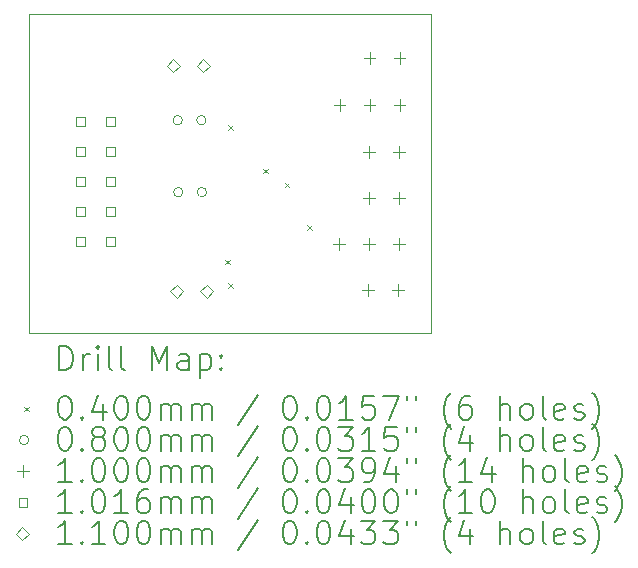
<source format=gbr>
%FSLAX45Y45*%
G04 Gerber Fmt 4.5, Leading zero omitted, Abs format (unit mm)*
G04 Created by KiCad (PCBNEW (6.0.0)) date 2022-01-30 17:17:49*
%MOMM*%
%LPD*%
G01*
G04 APERTURE LIST*
%TA.AperFunction,Profile*%
%ADD10C,0.100000*%
%TD*%
%ADD11C,0.200000*%
%ADD12C,0.040000*%
%ADD13C,0.080000*%
%ADD14C,0.100000*%
%ADD15C,0.101600*%
%ADD16C,0.110000*%
G04 APERTURE END LIST*
D10*
X20400000Y-2300000D02*
X23800000Y-2300000D01*
X23800000Y-2300000D02*
X23800000Y-5000000D01*
X23800000Y-5000000D02*
X20400000Y-5000000D01*
X20400000Y-5000000D02*
X20400000Y-2300000D01*
D11*
D12*
X22057567Y-4380449D02*
X22097567Y-4420449D01*
X22097567Y-4380449D02*
X22057567Y-4420449D01*
X22080000Y-3240000D02*
X22120000Y-3280000D01*
X22120000Y-3240000D02*
X22080000Y-3280000D01*
X22080000Y-4580000D02*
X22120000Y-4620000D01*
X22120000Y-4580000D02*
X22080000Y-4620000D01*
X22380000Y-3610000D02*
X22420000Y-3650000D01*
X22420000Y-3610000D02*
X22380000Y-3650000D01*
X22560000Y-3730000D02*
X22600000Y-3770000D01*
X22600000Y-3730000D02*
X22560000Y-3770000D01*
X22750000Y-4090000D02*
X22790000Y-4130000D01*
X22790000Y-4090000D02*
X22750000Y-4130000D01*
D13*
X21695511Y-3200000D02*
G75*
G03*
X21695511Y-3200000I-40000J0D01*
G01*
X21700000Y-3810000D02*
G75*
G03*
X21700000Y-3810000I-40000J0D01*
G01*
X21895511Y-3200000D02*
G75*
G03*
X21895511Y-3200000I-40000J0D01*
G01*
X21900000Y-3810000D02*
G75*
G03*
X21900000Y-3810000I-40000J0D01*
G01*
D14*
X23022000Y-4200000D02*
X23022000Y-4300000D01*
X22972000Y-4250000D02*
X23072000Y-4250000D01*
X23026000Y-3020000D02*
X23026000Y-3120000D01*
X22976000Y-3070000D02*
X23076000Y-3070000D01*
X23266000Y-4590000D02*
X23266000Y-4690000D01*
X23216000Y-4640000D02*
X23316000Y-4640000D01*
X23272500Y-3420000D02*
X23272500Y-3520000D01*
X23222500Y-3470000D02*
X23322500Y-3470000D01*
X23272500Y-3810000D02*
X23272500Y-3910000D01*
X23222500Y-3860000D02*
X23322500Y-3860000D01*
X23276000Y-4200000D02*
X23276000Y-4300000D01*
X23226000Y-4250000D02*
X23326000Y-4250000D01*
X23280000Y-2622500D02*
X23280000Y-2722500D01*
X23230000Y-2672500D02*
X23330000Y-2672500D01*
X23280000Y-3020000D02*
X23280000Y-3120000D01*
X23230000Y-3070000D02*
X23330000Y-3070000D01*
X23520000Y-4590000D02*
X23520000Y-4690000D01*
X23470000Y-4640000D02*
X23570000Y-4640000D01*
X23526500Y-3420000D02*
X23526500Y-3520000D01*
X23476500Y-3470000D02*
X23576500Y-3470000D01*
X23526500Y-3810000D02*
X23526500Y-3910000D01*
X23476500Y-3860000D02*
X23576500Y-3860000D01*
X23530000Y-4200000D02*
X23530000Y-4300000D01*
X23480000Y-4250000D02*
X23580000Y-4250000D01*
X23534000Y-2622500D02*
X23534000Y-2722500D01*
X23484000Y-2672500D02*
X23584000Y-2672500D01*
X23534000Y-3020000D02*
X23534000Y-3120000D01*
X23484000Y-3070000D02*
X23584000Y-3070000D01*
D15*
X20868921Y-3247921D02*
X20868921Y-3176079D01*
X20797079Y-3176079D01*
X20797079Y-3247921D01*
X20868921Y-3247921D01*
X20868921Y-3501921D02*
X20868921Y-3430079D01*
X20797079Y-3430079D01*
X20797079Y-3501921D01*
X20868921Y-3501921D01*
X20868921Y-3755921D02*
X20868921Y-3684079D01*
X20797079Y-3684079D01*
X20797079Y-3755921D01*
X20868921Y-3755921D01*
X20868921Y-4009921D02*
X20868921Y-3938079D01*
X20797079Y-3938079D01*
X20797079Y-4009921D01*
X20868921Y-4009921D01*
X20868921Y-4263921D02*
X20868921Y-4192079D01*
X20797079Y-4192079D01*
X20797079Y-4263921D01*
X20868921Y-4263921D01*
X21122921Y-3247921D02*
X21122921Y-3176079D01*
X21051079Y-3176079D01*
X21051079Y-3247921D01*
X21122921Y-3247921D01*
X21122921Y-3501921D02*
X21122921Y-3430079D01*
X21051079Y-3430079D01*
X21051079Y-3501921D01*
X21122921Y-3501921D01*
X21122921Y-3755921D02*
X21122921Y-3684079D01*
X21051079Y-3684079D01*
X21051079Y-3755921D01*
X21122921Y-3755921D01*
X21122921Y-4009921D02*
X21122921Y-3938079D01*
X21051079Y-3938079D01*
X21051079Y-4009921D01*
X21122921Y-4009921D01*
X21122921Y-4263921D02*
X21122921Y-4192079D01*
X21051079Y-4192079D01*
X21051079Y-4263921D01*
X21122921Y-4263921D01*
D16*
X21616000Y-2795000D02*
X21671000Y-2740000D01*
X21616000Y-2685000D01*
X21561000Y-2740000D01*
X21616000Y-2795000D01*
X21646000Y-4705000D02*
X21701000Y-4650000D01*
X21646000Y-4595000D01*
X21591000Y-4650000D01*
X21646000Y-4705000D01*
X21870000Y-2795000D02*
X21925000Y-2740000D01*
X21870000Y-2685000D01*
X21815000Y-2740000D01*
X21870000Y-2795000D01*
X21900000Y-4705000D02*
X21955000Y-4650000D01*
X21900000Y-4595000D01*
X21845000Y-4650000D01*
X21900000Y-4705000D01*
D11*
X20652619Y-5315476D02*
X20652619Y-5115476D01*
X20700238Y-5115476D01*
X20728810Y-5125000D01*
X20747857Y-5144048D01*
X20757381Y-5163095D01*
X20766905Y-5201190D01*
X20766905Y-5229762D01*
X20757381Y-5267857D01*
X20747857Y-5286905D01*
X20728810Y-5305952D01*
X20700238Y-5315476D01*
X20652619Y-5315476D01*
X20852619Y-5315476D02*
X20852619Y-5182143D01*
X20852619Y-5220238D02*
X20862143Y-5201190D01*
X20871667Y-5191667D01*
X20890714Y-5182143D01*
X20909762Y-5182143D01*
X20976429Y-5315476D02*
X20976429Y-5182143D01*
X20976429Y-5115476D02*
X20966905Y-5125000D01*
X20976429Y-5134524D01*
X20985952Y-5125000D01*
X20976429Y-5115476D01*
X20976429Y-5134524D01*
X21100238Y-5315476D02*
X21081190Y-5305952D01*
X21071667Y-5286905D01*
X21071667Y-5115476D01*
X21205000Y-5315476D02*
X21185952Y-5305952D01*
X21176429Y-5286905D01*
X21176429Y-5115476D01*
X21433571Y-5315476D02*
X21433571Y-5115476D01*
X21500238Y-5258333D01*
X21566905Y-5115476D01*
X21566905Y-5315476D01*
X21747857Y-5315476D02*
X21747857Y-5210714D01*
X21738333Y-5191667D01*
X21719286Y-5182143D01*
X21681190Y-5182143D01*
X21662143Y-5191667D01*
X21747857Y-5305952D02*
X21728810Y-5315476D01*
X21681190Y-5315476D01*
X21662143Y-5305952D01*
X21652619Y-5286905D01*
X21652619Y-5267857D01*
X21662143Y-5248810D01*
X21681190Y-5239286D01*
X21728810Y-5239286D01*
X21747857Y-5229762D01*
X21843095Y-5182143D02*
X21843095Y-5382143D01*
X21843095Y-5191667D02*
X21862143Y-5182143D01*
X21900238Y-5182143D01*
X21919286Y-5191667D01*
X21928810Y-5201190D01*
X21938333Y-5220238D01*
X21938333Y-5277381D01*
X21928810Y-5296429D01*
X21919286Y-5305952D01*
X21900238Y-5315476D01*
X21862143Y-5315476D01*
X21843095Y-5305952D01*
X22024048Y-5296429D02*
X22033571Y-5305952D01*
X22024048Y-5315476D01*
X22014524Y-5305952D01*
X22024048Y-5296429D01*
X22024048Y-5315476D01*
X22024048Y-5191667D02*
X22033571Y-5201190D01*
X22024048Y-5210714D01*
X22014524Y-5201190D01*
X22024048Y-5191667D01*
X22024048Y-5210714D01*
D12*
X20355000Y-5625000D02*
X20395000Y-5665000D01*
X20395000Y-5625000D02*
X20355000Y-5665000D01*
D11*
X20690714Y-5535476D02*
X20709762Y-5535476D01*
X20728810Y-5545000D01*
X20738333Y-5554524D01*
X20747857Y-5573571D01*
X20757381Y-5611667D01*
X20757381Y-5659286D01*
X20747857Y-5697381D01*
X20738333Y-5716428D01*
X20728810Y-5725952D01*
X20709762Y-5735476D01*
X20690714Y-5735476D01*
X20671667Y-5725952D01*
X20662143Y-5716428D01*
X20652619Y-5697381D01*
X20643095Y-5659286D01*
X20643095Y-5611667D01*
X20652619Y-5573571D01*
X20662143Y-5554524D01*
X20671667Y-5545000D01*
X20690714Y-5535476D01*
X20843095Y-5716428D02*
X20852619Y-5725952D01*
X20843095Y-5735476D01*
X20833571Y-5725952D01*
X20843095Y-5716428D01*
X20843095Y-5735476D01*
X21024048Y-5602143D02*
X21024048Y-5735476D01*
X20976429Y-5525952D02*
X20928810Y-5668809D01*
X21052619Y-5668809D01*
X21166905Y-5535476D02*
X21185952Y-5535476D01*
X21205000Y-5545000D01*
X21214524Y-5554524D01*
X21224048Y-5573571D01*
X21233571Y-5611667D01*
X21233571Y-5659286D01*
X21224048Y-5697381D01*
X21214524Y-5716428D01*
X21205000Y-5725952D01*
X21185952Y-5735476D01*
X21166905Y-5735476D01*
X21147857Y-5725952D01*
X21138333Y-5716428D01*
X21128810Y-5697381D01*
X21119286Y-5659286D01*
X21119286Y-5611667D01*
X21128810Y-5573571D01*
X21138333Y-5554524D01*
X21147857Y-5545000D01*
X21166905Y-5535476D01*
X21357381Y-5535476D02*
X21376429Y-5535476D01*
X21395476Y-5545000D01*
X21405000Y-5554524D01*
X21414524Y-5573571D01*
X21424048Y-5611667D01*
X21424048Y-5659286D01*
X21414524Y-5697381D01*
X21405000Y-5716428D01*
X21395476Y-5725952D01*
X21376429Y-5735476D01*
X21357381Y-5735476D01*
X21338333Y-5725952D01*
X21328810Y-5716428D01*
X21319286Y-5697381D01*
X21309762Y-5659286D01*
X21309762Y-5611667D01*
X21319286Y-5573571D01*
X21328810Y-5554524D01*
X21338333Y-5545000D01*
X21357381Y-5535476D01*
X21509762Y-5735476D02*
X21509762Y-5602143D01*
X21509762Y-5621190D02*
X21519286Y-5611667D01*
X21538333Y-5602143D01*
X21566905Y-5602143D01*
X21585952Y-5611667D01*
X21595476Y-5630714D01*
X21595476Y-5735476D01*
X21595476Y-5630714D02*
X21605000Y-5611667D01*
X21624048Y-5602143D01*
X21652619Y-5602143D01*
X21671667Y-5611667D01*
X21681190Y-5630714D01*
X21681190Y-5735476D01*
X21776429Y-5735476D02*
X21776429Y-5602143D01*
X21776429Y-5621190D02*
X21785952Y-5611667D01*
X21805000Y-5602143D01*
X21833571Y-5602143D01*
X21852619Y-5611667D01*
X21862143Y-5630714D01*
X21862143Y-5735476D01*
X21862143Y-5630714D02*
X21871667Y-5611667D01*
X21890714Y-5602143D01*
X21919286Y-5602143D01*
X21938333Y-5611667D01*
X21947857Y-5630714D01*
X21947857Y-5735476D01*
X22338333Y-5525952D02*
X22166905Y-5783095D01*
X22595476Y-5535476D02*
X22614524Y-5535476D01*
X22633571Y-5545000D01*
X22643095Y-5554524D01*
X22652619Y-5573571D01*
X22662143Y-5611667D01*
X22662143Y-5659286D01*
X22652619Y-5697381D01*
X22643095Y-5716428D01*
X22633571Y-5725952D01*
X22614524Y-5735476D01*
X22595476Y-5735476D01*
X22576428Y-5725952D01*
X22566905Y-5716428D01*
X22557381Y-5697381D01*
X22547857Y-5659286D01*
X22547857Y-5611667D01*
X22557381Y-5573571D01*
X22566905Y-5554524D01*
X22576428Y-5545000D01*
X22595476Y-5535476D01*
X22747857Y-5716428D02*
X22757381Y-5725952D01*
X22747857Y-5735476D01*
X22738333Y-5725952D01*
X22747857Y-5716428D01*
X22747857Y-5735476D01*
X22881190Y-5535476D02*
X22900238Y-5535476D01*
X22919286Y-5545000D01*
X22928809Y-5554524D01*
X22938333Y-5573571D01*
X22947857Y-5611667D01*
X22947857Y-5659286D01*
X22938333Y-5697381D01*
X22928809Y-5716428D01*
X22919286Y-5725952D01*
X22900238Y-5735476D01*
X22881190Y-5735476D01*
X22862143Y-5725952D01*
X22852619Y-5716428D01*
X22843095Y-5697381D01*
X22833571Y-5659286D01*
X22833571Y-5611667D01*
X22843095Y-5573571D01*
X22852619Y-5554524D01*
X22862143Y-5545000D01*
X22881190Y-5535476D01*
X23138333Y-5735476D02*
X23024048Y-5735476D01*
X23081190Y-5735476D02*
X23081190Y-5535476D01*
X23062143Y-5564048D01*
X23043095Y-5583095D01*
X23024048Y-5592619D01*
X23319286Y-5535476D02*
X23224048Y-5535476D01*
X23214524Y-5630714D01*
X23224048Y-5621190D01*
X23243095Y-5611667D01*
X23290714Y-5611667D01*
X23309762Y-5621190D01*
X23319286Y-5630714D01*
X23328809Y-5649762D01*
X23328809Y-5697381D01*
X23319286Y-5716428D01*
X23309762Y-5725952D01*
X23290714Y-5735476D01*
X23243095Y-5735476D01*
X23224048Y-5725952D01*
X23214524Y-5716428D01*
X23395476Y-5535476D02*
X23528809Y-5535476D01*
X23443095Y-5735476D01*
X23595476Y-5535476D02*
X23595476Y-5573571D01*
X23671667Y-5535476D02*
X23671667Y-5573571D01*
X23966905Y-5811667D02*
X23957381Y-5802143D01*
X23938333Y-5773571D01*
X23928809Y-5754524D01*
X23919286Y-5725952D01*
X23909762Y-5678333D01*
X23909762Y-5640238D01*
X23919286Y-5592619D01*
X23928809Y-5564048D01*
X23938333Y-5545000D01*
X23957381Y-5516429D01*
X23966905Y-5506905D01*
X24128809Y-5535476D02*
X24090714Y-5535476D01*
X24071667Y-5545000D01*
X24062143Y-5554524D01*
X24043095Y-5583095D01*
X24033571Y-5621190D01*
X24033571Y-5697381D01*
X24043095Y-5716428D01*
X24052619Y-5725952D01*
X24071667Y-5735476D01*
X24109762Y-5735476D01*
X24128809Y-5725952D01*
X24138333Y-5716428D01*
X24147857Y-5697381D01*
X24147857Y-5649762D01*
X24138333Y-5630714D01*
X24128809Y-5621190D01*
X24109762Y-5611667D01*
X24071667Y-5611667D01*
X24052619Y-5621190D01*
X24043095Y-5630714D01*
X24033571Y-5649762D01*
X24385952Y-5735476D02*
X24385952Y-5535476D01*
X24471667Y-5735476D02*
X24471667Y-5630714D01*
X24462143Y-5611667D01*
X24443095Y-5602143D01*
X24414524Y-5602143D01*
X24395476Y-5611667D01*
X24385952Y-5621190D01*
X24595476Y-5735476D02*
X24576428Y-5725952D01*
X24566905Y-5716428D01*
X24557381Y-5697381D01*
X24557381Y-5640238D01*
X24566905Y-5621190D01*
X24576428Y-5611667D01*
X24595476Y-5602143D01*
X24624048Y-5602143D01*
X24643095Y-5611667D01*
X24652619Y-5621190D01*
X24662143Y-5640238D01*
X24662143Y-5697381D01*
X24652619Y-5716428D01*
X24643095Y-5725952D01*
X24624048Y-5735476D01*
X24595476Y-5735476D01*
X24776428Y-5735476D02*
X24757381Y-5725952D01*
X24747857Y-5706905D01*
X24747857Y-5535476D01*
X24928809Y-5725952D02*
X24909762Y-5735476D01*
X24871667Y-5735476D01*
X24852619Y-5725952D01*
X24843095Y-5706905D01*
X24843095Y-5630714D01*
X24852619Y-5611667D01*
X24871667Y-5602143D01*
X24909762Y-5602143D01*
X24928809Y-5611667D01*
X24938333Y-5630714D01*
X24938333Y-5649762D01*
X24843095Y-5668809D01*
X25014524Y-5725952D02*
X25033571Y-5735476D01*
X25071667Y-5735476D01*
X25090714Y-5725952D01*
X25100238Y-5706905D01*
X25100238Y-5697381D01*
X25090714Y-5678333D01*
X25071667Y-5668809D01*
X25043095Y-5668809D01*
X25024048Y-5659286D01*
X25014524Y-5640238D01*
X25014524Y-5630714D01*
X25024048Y-5611667D01*
X25043095Y-5602143D01*
X25071667Y-5602143D01*
X25090714Y-5611667D01*
X25166905Y-5811667D02*
X25176428Y-5802143D01*
X25195476Y-5773571D01*
X25205000Y-5754524D01*
X25214524Y-5725952D01*
X25224048Y-5678333D01*
X25224048Y-5640238D01*
X25214524Y-5592619D01*
X25205000Y-5564048D01*
X25195476Y-5545000D01*
X25176428Y-5516429D01*
X25166905Y-5506905D01*
D13*
X20395000Y-5909000D02*
G75*
G03*
X20395000Y-5909000I-40000J0D01*
G01*
D11*
X20690714Y-5799476D02*
X20709762Y-5799476D01*
X20728810Y-5809000D01*
X20738333Y-5818524D01*
X20747857Y-5837571D01*
X20757381Y-5875667D01*
X20757381Y-5923286D01*
X20747857Y-5961381D01*
X20738333Y-5980428D01*
X20728810Y-5989952D01*
X20709762Y-5999476D01*
X20690714Y-5999476D01*
X20671667Y-5989952D01*
X20662143Y-5980428D01*
X20652619Y-5961381D01*
X20643095Y-5923286D01*
X20643095Y-5875667D01*
X20652619Y-5837571D01*
X20662143Y-5818524D01*
X20671667Y-5809000D01*
X20690714Y-5799476D01*
X20843095Y-5980428D02*
X20852619Y-5989952D01*
X20843095Y-5999476D01*
X20833571Y-5989952D01*
X20843095Y-5980428D01*
X20843095Y-5999476D01*
X20966905Y-5885190D02*
X20947857Y-5875667D01*
X20938333Y-5866143D01*
X20928810Y-5847095D01*
X20928810Y-5837571D01*
X20938333Y-5818524D01*
X20947857Y-5809000D01*
X20966905Y-5799476D01*
X21005000Y-5799476D01*
X21024048Y-5809000D01*
X21033571Y-5818524D01*
X21043095Y-5837571D01*
X21043095Y-5847095D01*
X21033571Y-5866143D01*
X21024048Y-5875667D01*
X21005000Y-5885190D01*
X20966905Y-5885190D01*
X20947857Y-5894714D01*
X20938333Y-5904238D01*
X20928810Y-5923286D01*
X20928810Y-5961381D01*
X20938333Y-5980428D01*
X20947857Y-5989952D01*
X20966905Y-5999476D01*
X21005000Y-5999476D01*
X21024048Y-5989952D01*
X21033571Y-5980428D01*
X21043095Y-5961381D01*
X21043095Y-5923286D01*
X21033571Y-5904238D01*
X21024048Y-5894714D01*
X21005000Y-5885190D01*
X21166905Y-5799476D02*
X21185952Y-5799476D01*
X21205000Y-5809000D01*
X21214524Y-5818524D01*
X21224048Y-5837571D01*
X21233571Y-5875667D01*
X21233571Y-5923286D01*
X21224048Y-5961381D01*
X21214524Y-5980428D01*
X21205000Y-5989952D01*
X21185952Y-5999476D01*
X21166905Y-5999476D01*
X21147857Y-5989952D01*
X21138333Y-5980428D01*
X21128810Y-5961381D01*
X21119286Y-5923286D01*
X21119286Y-5875667D01*
X21128810Y-5837571D01*
X21138333Y-5818524D01*
X21147857Y-5809000D01*
X21166905Y-5799476D01*
X21357381Y-5799476D02*
X21376429Y-5799476D01*
X21395476Y-5809000D01*
X21405000Y-5818524D01*
X21414524Y-5837571D01*
X21424048Y-5875667D01*
X21424048Y-5923286D01*
X21414524Y-5961381D01*
X21405000Y-5980428D01*
X21395476Y-5989952D01*
X21376429Y-5999476D01*
X21357381Y-5999476D01*
X21338333Y-5989952D01*
X21328810Y-5980428D01*
X21319286Y-5961381D01*
X21309762Y-5923286D01*
X21309762Y-5875667D01*
X21319286Y-5837571D01*
X21328810Y-5818524D01*
X21338333Y-5809000D01*
X21357381Y-5799476D01*
X21509762Y-5999476D02*
X21509762Y-5866143D01*
X21509762Y-5885190D02*
X21519286Y-5875667D01*
X21538333Y-5866143D01*
X21566905Y-5866143D01*
X21585952Y-5875667D01*
X21595476Y-5894714D01*
X21595476Y-5999476D01*
X21595476Y-5894714D02*
X21605000Y-5875667D01*
X21624048Y-5866143D01*
X21652619Y-5866143D01*
X21671667Y-5875667D01*
X21681190Y-5894714D01*
X21681190Y-5999476D01*
X21776429Y-5999476D02*
X21776429Y-5866143D01*
X21776429Y-5885190D02*
X21785952Y-5875667D01*
X21805000Y-5866143D01*
X21833571Y-5866143D01*
X21852619Y-5875667D01*
X21862143Y-5894714D01*
X21862143Y-5999476D01*
X21862143Y-5894714D02*
X21871667Y-5875667D01*
X21890714Y-5866143D01*
X21919286Y-5866143D01*
X21938333Y-5875667D01*
X21947857Y-5894714D01*
X21947857Y-5999476D01*
X22338333Y-5789952D02*
X22166905Y-6047095D01*
X22595476Y-5799476D02*
X22614524Y-5799476D01*
X22633571Y-5809000D01*
X22643095Y-5818524D01*
X22652619Y-5837571D01*
X22662143Y-5875667D01*
X22662143Y-5923286D01*
X22652619Y-5961381D01*
X22643095Y-5980428D01*
X22633571Y-5989952D01*
X22614524Y-5999476D01*
X22595476Y-5999476D01*
X22576428Y-5989952D01*
X22566905Y-5980428D01*
X22557381Y-5961381D01*
X22547857Y-5923286D01*
X22547857Y-5875667D01*
X22557381Y-5837571D01*
X22566905Y-5818524D01*
X22576428Y-5809000D01*
X22595476Y-5799476D01*
X22747857Y-5980428D02*
X22757381Y-5989952D01*
X22747857Y-5999476D01*
X22738333Y-5989952D01*
X22747857Y-5980428D01*
X22747857Y-5999476D01*
X22881190Y-5799476D02*
X22900238Y-5799476D01*
X22919286Y-5809000D01*
X22928809Y-5818524D01*
X22938333Y-5837571D01*
X22947857Y-5875667D01*
X22947857Y-5923286D01*
X22938333Y-5961381D01*
X22928809Y-5980428D01*
X22919286Y-5989952D01*
X22900238Y-5999476D01*
X22881190Y-5999476D01*
X22862143Y-5989952D01*
X22852619Y-5980428D01*
X22843095Y-5961381D01*
X22833571Y-5923286D01*
X22833571Y-5875667D01*
X22843095Y-5837571D01*
X22852619Y-5818524D01*
X22862143Y-5809000D01*
X22881190Y-5799476D01*
X23014524Y-5799476D02*
X23138333Y-5799476D01*
X23071667Y-5875667D01*
X23100238Y-5875667D01*
X23119286Y-5885190D01*
X23128809Y-5894714D01*
X23138333Y-5913762D01*
X23138333Y-5961381D01*
X23128809Y-5980428D01*
X23119286Y-5989952D01*
X23100238Y-5999476D01*
X23043095Y-5999476D01*
X23024048Y-5989952D01*
X23014524Y-5980428D01*
X23328809Y-5999476D02*
X23214524Y-5999476D01*
X23271667Y-5999476D02*
X23271667Y-5799476D01*
X23252619Y-5828048D01*
X23233571Y-5847095D01*
X23214524Y-5856619D01*
X23509762Y-5799476D02*
X23414524Y-5799476D01*
X23405000Y-5894714D01*
X23414524Y-5885190D01*
X23433571Y-5875667D01*
X23481190Y-5875667D01*
X23500238Y-5885190D01*
X23509762Y-5894714D01*
X23519286Y-5913762D01*
X23519286Y-5961381D01*
X23509762Y-5980428D01*
X23500238Y-5989952D01*
X23481190Y-5999476D01*
X23433571Y-5999476D01*
X23414524Y-5989952D01*
X23405000Y-5980428D01*
X23595476Y-5799476D02*
X23595476Y-5837571D01*
X23671667Y-5799476D02*
X23671667Y-5837571D01*
X23966905Y-6075667D02*
X23957381Y-6066143D01*
X23938333Y-6037571D01*
X23928809Y-6018524D01*
X23919286Y-5989952D01*
X23909762Y-5942333D01*
X23909762Y-5904238D01*
X23919286Y-5856619D01*
X23928809Y-5828048D01*
X23938333Y-5809000D01*
X23957381Y-5780428D01*
X23966905Y-5770905D01*
X24128809Y-5866143D02*
X24128809Y-5999476D01*
X24081190Y-5789952D02*
X24033571Y-5932809D01*
X24157381Y-5932809D01*
X24385952Y-5999476D02*
X24385952Y-5799476D01*
X24471667Y-5999476D02*
X24471667Y-5894714D01*
X24462143Y-5875667D01*
X24443095Y-5866143D01*
X24414524Y-5866143D01*
X24395476Y-5875667D01*
X24385952Y-5885190D01*
X24595476Y-5999476D02*
X24576428Y-5989952D01*
X24566905Y-5980428D01*
X24557381Y-5961381D01*
X24557381Y-5904238D01*
X24566905Y-5885190D01*
X24576428Y-5875667D01*
X24595476Y-5866143D01*
X24624048Y-5866143D01*
X24643095Y-5875667D01*
X24652619Y-5885190D01*
X24662143Y-5904238D01*
X24662143Y-5961381D01*
X24652619Y-5980428D01*
X24643095Y-5989952D01*
X24624048Y-5999476D01*
X24595476Y-5999476D01*
X24776428Y-5999476D02*
X24757381Y-5989952D01*
X24747857Y-5970905D01*
X24747857Y-5799476D01*
X24928809Y-5989952D02*
X24909762Y-5999476D01*
X24871667Y-5999476D01*
X24852619Y-5989952D01*
X24843095Y-5970905D01*
X24843095Y-5894714D01*
X24852619Y-5875667D01*
X24871667Y-5866143D01*
X24909762Y-5866143D01*
X24928809Y-5875667D01*
X24938333Y-5894714D01*
X24938333Y-5913762D01*
X24843095Y-5932809D01*
X25014524Y-5989952D02*
X25033571Y-5999476D01*
X25071667Y-5999476D01*
X25090714Y-5989952D01*
X25100238Y-5970905D01*
X25100238Y-5961381D01*
X25090714Y-5942333D01*
X25071667Y-5932809D01*
X25043095Y-5932809D01*
X25024048Y-5923286D01*
X25014524Y-5904238D01*
X25014524Y-5894714D01*
X25024048Y-5875667D01*
X25043095Y-5866143D01*
X25071667Y-5866143D01*
X25090714Y-5875667D01*
X25166905Y-6075667D02*
X25176428Y-6066143D01*
X25195476Y-6037571D01*
X25205000Y-6018524D01*
X25214524Y-5989952D01*
X25224048Y-5942333D01*
X25224048Y-5904238D01*
X25214524Y-5856619D01*
X25205000Y-5828048D01*
X25195476Y-5809000D01*
X25176428Y-5780428D01*
X25166905Y-5770905D01*
D14*
X20345000Y-6123000D02*
X20345000Y-6223000D01*
X20295000Y-6173000D02*
X20395000Y-6173000D01*
D11*
X20757381Y-6263476D02*
X20643095Y-6263476D01*
X20700238Y-6263476D02*
X20700238Y-6063476D01*
X20681190Y-6092048D01*
X20662143Y-6111095D01*
X20643095Y-6120619D01*
X20843095Y-6244428D02*
X20852619Y-6253952D01*
X20843095Y-6263476D01*
X20833571Y-6253952D01*
X20843095Y-6244428D01*
X20843095Y-6263476D01*
X20976429Y-6063476D02*
X20995476Y-6063476D01*
X21014524Y-6073000D01*
X21024048Y-6082524D01*
X21033571Y-6101571D01*
X21043095Y-6139667D01*
X21043095Y-6187286D01*
X21033571Y-6225381D01*
X21024048Y-6244428D01*
X21014524Y-6253952D01*
X20995476Y-6263476D01*
X20976429Y-6263476D01*
X20957381Y-6253952D01*
X20947857Y-6244428D01*
X20938333Y-6225381D01*
X20928810Y-6187286D01*
X20928810Y-6139667D01*
X20938333Y-6101571D01*
X20947857Y-6082524D01*
X20957381Y-6073000D01*
X20976429Y-6063476D01*
X21166905Y-6063476D02*
X21185952Y-6063476D01*
X21205000Y-6073000D01*
X21214524Y-6082524D01*
X21224048Y-6101571D01*
X21233571Y-6139667D01*
X21233571Y-6187286D01*
X21224048Y-6225381D01*
X21214524Y-6244428D01*
X21205000Y-6253952D01*
X21185952Y-6263476D01*
X21166905Y-6263476D01*
X21147857Y-6253952D01*
X21138333Y-6244428D01*
X21128810Y-6225381D01*
X21119286Y-6187286D01*
X21119286Y-6139667D01*
X21128810Y-6101571D01*
X21138333Y-6082524D01*
X21147857Y-6073000D01*
X21166905Y-6063476D01*
X21357381Y-6063476D02*
X21376429Y-6063476D01*
X21395476Y-6073000D01*
X21405000Y-6082524D01*
X21414524Y-6101571D01*
X21424048Y-6139667D01*
X21424048Y-6187286D01*
X21414524Y-6225381D01*
X21405000Y-6244428D01*
X21395476Y-6253952D01*
X21376429Y-6263476D01*
X21357381Y-6263476D01*
X21338333Y-6253952D01*
X21328810Y-6244428D01*
X21319286Y-6225381D01*
X21309762Y-6187286D01*
X21309762Y-6139667D01*
X21319286Y-6101571D01*
X21328810Y-6082524D01*
X21338333Y-6073000D01*
X21357381Y-6063476D01*
X21509762Y-6263476D02*
X21509762Y-6130143D01*
X21509762Y-6149190D02*
X21519286Y-6139667D01*
X21538333Y-6130143D01*
X21566905Y-6130143D01*
X21585952Y-6139667D01*
X21595476Y-6158714D01*
X21595476Y-6263476D01*
X21595476Y-6158714D02*
X21605000Y-6139667D01*
X21624048Y-6130143D01*
X21652619Y-6130143D01*
X21671667Y-6139667D01*
X21681190Y-6158714D01*
X21681190Y-6263476D01*
X21776429Y-6263476D02*
X21776429Y-6130143D01*
X21776429Y-6149190D02*
X21785952Y-6139667D01*
X21805000Y-6130143D01*
X21833571Y-6130143D01*
X21852619Y-6139667D01*
X21862143Y-6158714D01*
X21862143Y-6263476D01*
X21862143Y-6158714D02*
X21871667Y-6139667D01*
X21890714Y-6130143D01*
X21919286Y-6130143D01*
X21938333Y-6139667D01*
X21947857Y-6158714D01*
X21947857Y-6263476D01*
X22338333Y-6053952D02*
X22166905Y-6311095D01*
X22595476Y-6063476D02*
X22614524Y-6063476D01*
X22633571Y-6073000D01*
X22643095Y-6082524D01*
X22652619Y-6101571D01*
X22662143Y-6139667D01*
X22662143Y-6187286D01*
X22652619Y-6225381D01*
X22643095Y-6244428D01*
X22633571Y-6253952D01*
X22614524Y-6263476D01*
X22595476Y-6263476D01*
X22576428Y-6253952D01*
X22566905Y-6244428D01*
X22557381Y-6225381D01*
X22547857Y-6187286D01*
X22547857Y-6139667D01*
X22557381Y-6101571D01*
X22566905Y-6082524D01*
X22576428Y-6073000D01*
X22595476Y-6063476D01*
X22747857Y-6244428D02*
X22757381Y-6253952D01*
X22747857Y-6263476D01*
X22738333Y-6253952D01*
X22747857Y-6244428D01*
X22747857Y-6263476D01*
X22881190Y-6063476D02*
X22900238Y-6063476D01*
X22919286Y-6073000D01*
X22928809Y-6082524D01*
X22938333Y-6101571D01*
X22947857Y-6139667D01*
X22947857Y-6187286D01*
X22938333Y-6225381D01*
X22928809Y-6244428D01*
X22919286Y-6253952D01*
X22900238Y-6263476D01*
X22881190Y-6263476D01*
X22862143Y-6253952D01*
X22852619Y-6244428D01*
X22843095Y-6225381D01*
X22833571Y-6187286D01*
X22833571Y-6139667D01*
X22843095Y-6101571D01*
X22852619Y-6082524D01*
X22862143Y-6073000D01*
X22881190Y-6063476D01*
X23014524Y-6063476D02*
X23138333Y-6063476D01*
X23071667Y-6139667D01*
X23100238Y-6139667D01*
X23119286Y-6149190D01*
X23128809Y-6158714D01*
X23138333Y-6177762D01*
X23138333Y-6225381D01*
X23128809Y-6244428D01*
X23119286Y-6253952D01*
X23100238Y-6263476D01*
X23043095Y-6263476D01*
X23024048Y-6253952D01*
X23014524Y-6244428D01*
X23233571Y-6263476D02*
X23271667Y-6263476D01*
X23290714Y-6253952D01*
X23300238Y-6244428D01*
X23319286Y-6215857D01*
X23328809Y-6177762D01*
X23328809Y-6101571D01*
X23319286Y-6082524D01*
X23309762Y-6073000D01*
X23290714Y-6063476D01*
X23252619Y-6063476D01*
X23233571Y-6073000D01*
X23224048Y-6082524D01*
X23214524Y-6101571D01*
X23214524Y-6149190D01*
X23224048Y-6168238D01*
X23233571Y-6177762D01*
X23252619Y-6187286D01*
X23290714Y-6187286D01*
X23309762Y-6177762D01*
X23319286Y-6168238D01*
X23328809Y-6149190D01*
X23500238Y-6130143D02*
X23500238Y-6263476D01*
X23452619Y-6053952D02*
X23405000Y-6196809D01*
X23528809Y-6196809D01*
X23595476Y-6063476D02*
X23595476Y-6101571D01*
X23671667Y-6063476D02*
X23671667Y-6101571D01*
X23966905Y-6339667D02*
X23957381Y-6330143D01*
X23938333Y-6301571D01*
X23928809Y-6282524D01*
X23919286Y-6253952D01*
X23909762Y-6206333D01*
X23909762Y-6168238D01*
X23919286Y-6120619D01*
X23928809Y-6092048D01*
X23938333Y-6073000D01*
X23957381Y-6044428D01*
X23966905Y-6034905D01*
X24147857Y-6263476D02*
X24033571Y-6263476D01*
X24090714Y-6263476D02*
X24090714Y-6063476D01*
X24071667Y-6092048D01*
X24052619Y-6111095D01*
X24033571Y-6120619D01*
X24319286Y-6130143D02*
X24319286Y-6263476D01*
X24271667Y-6053952D02*
X24224048Y-6196809D01*
X24347857Y-6196809D01*
X24576428Y-6263476D02*
X24576428Y-6063476D01*
X24662143Y-6263476D02*
X24662143Y-6158714D01*
X24652619Y-6139667D01*
X24633571Y-6130143D01*
X24605000Y-6130143D01*
X24585952Y-6139667D01*
X24576428Y-6149190D01*
X24785952Y-6263476D02*
X24766905Y-6253952D01*
X24757381Y-6244428D01*
X24747857Y-6225381D01*
X24747857Y-6168238D01*
X24757381Y-6149190D01*
X24766905Y-6139667D01*
X24785952Y-6130143D01*
X24814524Y-6130143D01*
X24833571Y-6139667D01*
X24843095Y-6149190D01*
X24852619Y-6168238D01*
X24852619Y-6225381D01*
X24843095Y-6244428D01*
X24833571Y-6253952D01*
X24814524Y-6263476D01*
X24785952Y-6263476D01*
X24966905Y-6263476D02*
X24947857Y-6253952D01*
X24938333Y-6234905D01*
X24938333Y-6063476D01*
X25119286Y-6253952D02*
X25100238Y-6263476D01*
X25062143Y-6263476D01*
X25043095Y-6253952D01*
X25033571Y-6234905D01*
X25033571Y-6158714D01*
X25043095Y-6139667D01*
X25062143Y-6130143D01*
X25100238Y-6130143D01*
X25119286Y-6139667D01*
X25128809Y-6158714D01*
X25128809Y-6177762D01*
X25033571Y-6196809D01*
X25205000Y-6253952D02*
X25224048Y-6263476D01*
X25262143Y-6263476D01*
X25281190Y-6253952D01*
X25290714Y-6234905D01*
X25290714Y-6225381D01*
X25281190Y-6206333D01*
X25262143Y-6196809D01*
X25233571Y-6196809D01*
X25214524Y-6187286D01*
X25205000Y-6168238D01*
X25205000Y-6158714D01*
X25214524Y-6139667D01*
X25233571Y-6130143D01*
X25262143Y-6130143D01*
X25281190Y-6139667D01*
X25357381Y-6339667D02*
X25366905Y-6330143D01*
X25385952Y-6301571D01*
X25395476Y-6282524D01*
X25405000Y-6253952D01*
X25414524Y-6206333D01*
X25414524Y-6168238D01*
X25405000Y-6120619D01*
X25395476Y-6092048D01*
X25385952Y-6073000D01*
X25366905Y-6044428D01*
X25357381Y-6034905D01*
D15*
X20380121Y-6472921D02*
X20380121Y-6401079D01*
X20308279Y-6401079D01*
X20308279Y-6472921D01*
X20380121Y-6472921D01*
D11*
X20757381Y-6527476D02*
X20643095Y-6527476D01*
X20700238Y-6527476D02*
X20700238Y-6327476D01*
X20681190Y-6356048D01*
X20662143Y-6375095D01*
X20643095Y-6384619D01*
X20843095Y-6508428D02*
X20852619Y-6517952D01*
X20843095Y-6527476D01*
X20833571Y-6517952D01*
X20843095Y-6508428D01*
X20843095Y-6527476D01*
X20976429Y-6327476D02*
X20995476Y-6327476D01*
X21014524Y-6337000D01*
X21024048Y-6346524D01*
X21033571Y-6365571D01*
X21043095Y-6403667D01*
X21043095Y-6451286D01*
X21033571Y-6489381D01*
X21024048Y-6508428D01*
X21014524Y-6517952D01*
X20995476Y-6527476D01*
X20976429Y-6527476D01*
X20957381Y-6517952D01*
X20947857Y-6508428D01*
X20938333Y-6489381D01*
X20928810Y-6451286D01*
X20928810Y-6403667D01*
X20938333Y-6365571D01*
X20947857Y-6346524D01*
X20957381Y-6337000D01*
X20976429Y-6327476D01*
X21233571Y-6527476D02*
X21119286Y-6527476D01*
X21176429Y-6527476D02*
X21176429Y-6327476D01*
X21157381Y-6356048D01*
X21138333Y-6375095D01*
X21119286Y-6384619D01*
X21405000Y-6327476D02*
X21366905Y-6327476D01*
X21347857Y-6337000D01*
X21338333Y-6346524D01*
X21319286Y-6375095D01*
X21309762Y-6413190D01*
X21309762Y-6489381D01*
X21319286Y-6508428D01*
X21328810Y-6517952D01*
X21347857Y-6527476D01*
X21385952Y-6527476D01*
X21405000Y-6517952D01*
X21414524Y-6508428D01*
X21424048Y-6489381D01*
X21424048Y-6441762D01*
X21414524Y-6422714D01*
X21405000Y-6413190D01*
X21385952Y-6403667D01*
X21347857Y-6403667D01*
X21328810Y-6413190D01*
X21319286Y-6422714D01*
X21309762Y-6441762D01*
X21509762Y-6527476D02*
X21509762Y-6394143D01*
X21509762Y-6413190D02*
X21519286Y-6403667D01*
X21538333Y-6394143D01*
X21566905Y-6394143D01*
X21585952Y-6403667D01*
X21595476Y-6422714D01*
X21595476Y-6527476D01*
X21595476Y-6422714D02*
X21605000Y-6403667D01*
X21624048Y-6394143D01*
X21652619Y-6394143D01*
X21671667Y-6403667D01*
X21681190Y-6422714D01*
X21681190Y-6527476D01*
X21776429Y-6527476D02*
X21776429Y-6394143D01*
X21776429Y-6413190D02*
X21785952Y-6403667D01*
X21805000Y-6394143D01*
X21833571Y-6394143D01*
X21852619Y-6403667D01*
X21862143Y-6422714D01*
X21862143Y-6527476D01*
X21862143Y-6422714D02*
X21871667Y-6403667D01*
X21890714Y-6394143D01*
X21919286Y-6394143D01*
X21938333Y-6403667D01*
X21947857Y-6422714D01*
X21947857Y-6527476D01*
X22338333Y-6317952D02*
X22166905Y-6575095D01*
X22595476Y-6327476D02*
X22614524Y-6327476D01*
X22633571Y-6337000D01*
X22643095Y-6346524D01*
X22652619Y-6365571D01*
X22662143Y-6403667D01*
X22662143Y-6451286D01*
X22652619Y-6489381D01*
X22643095Y-6508428D01*
X22633571Y-6517952D01*
X22614524Y-6527476D01*
X22595476Y-6527476D01*
X22576428Y-6517952D01*
X22566905Y-6508428D01*
X22557381Y-6489381D01*
X22547857Y-6451286D01*
X22547857Y-6403667D01*
X22557381Y-6365571D01*
X22566905Y-6346524D01*
X22576428Y-6337000D01*
X22595476Y-6327476D01*
X22747857Y-6508428D02*
X22757381Y-6517952D01*
X22747857Y-6527476D01*
X22738333Y-6517952D01*
X22747857Y-6508428D01*
X22747857Y-6527476D01*
X22881190Y-6327476D02*
X22900238Y-6327476D01*
X22919286Y-6337000D01*
X22928809Y-6346524D01*
X22938333Y-6365571D01*
X22947857Y-6403667D01*
X22947857Y-6451286D01*
X22938333Y-6489381D01*
X22928809Y-6508428D01*
X22919286Y-6517952D01*
X22900238Y-6527476D01*
X22881190Y-6527476D01*
X22862143Y-6517952D01*
X22852619Y-6508428D01*
X22843095Y-6489381D01*
X22833571Y-6451286D01*
X22833571Y-6403667D01*
X22843095Y-6365571D01*
X22852619Y-6346524D01*
X22862143Y-6337000D01*
X22881190Y-6327476D01*
X23119286Y-6394143D02*
X23119286Y-6527476D01*
X23071667Y-6317952D02*
X23024048Y-6460809D01*
X23147857Y-6460809D01*
X23262143Y-6327476D02*
X23281190Y-6327476D01*
X23300238Y-6337000D01*
X23309762Y-6346524D01*
X23319286Y-6365571D01*
X23328809Y-6403667D01*
X23328809Y-6451286D01*
X23319286Y-6489381D01*
X23309762Y-6508428D01*
X23300238Y-6517952D01*
X23281190Y-6527476D01*
X23262143Y-6527476D01*
X23243095Y-6517952D01*
X23233571Y-6508428D01*
X23224048Y-6489381D01*
X23214524Y-6451286D01*
X23214524Y-6403667D01*
X23224048Y-6365571D01*
X23233571Y-6346524D01*
X23243095Y-6337000D01*
X23262143Y-6327476D01*
X23452619Y-6327476D02*
X23471667Y-6327476D01*
X23490714Y-6337000D01*
X23500238Y-6346524D01*
X23509762Y-6365571D01*
X23519286Y-6403667D01*
X23519286Y-6451286D01*
X23509762Y-6489381D01*
X23500238Y-6508428D01*
X23490714Y-6517952D01*
X23471667Y-6527476D01*
X23452619Y-6527476D01*
X23433571Y-6517952D01*
X23424048Y-6508428D01*
X23414524Y-6489381D01*
X23405000Y-6451286D01*
X23405000Y-6403667D01*
X23414524Y-6365571D01*
X23424048Y-6346524D01*
X23433571Y-6337000D01*
X23452619Y-6327476D01*
X23595476Y-6327476D02*
X23595476Y-6365571D01*
X23671667Y-6327476D02*
X23671667Y-6365571D01*
X23966905Y-6603667D02*
X23957381Y-6594143D01*
X23938333Y-6565571D01*
X23928809Y-6546524D01*
X23919286Y-6517952D01*
X23909762Y-6470333D01*
X23909762Y-6432238D01*
X23919286Y-6384619D01*
X23928809Y-6356048D01*
X23938333Y-6337000D01*
X23957381Y-6308428D01*
X23966905Y-6298905D01*
X24147857Y-6527476D02*
X24033571Y-6527476D01*
X24090714Y-6527476D02*
X24090714Y-6327476D01*
X24071667Y-6356048D01*
X24052619Y-6375095D01*
X24033571Y-6384619D01*
X24271667Y-6327476D02*
X24290714Y-6327476D01*
X24309762Y-6337000D01*
X24319286Y-6346524D01*
X24328809Y-6365571D01*
X24338333Y-6403667D01*
X24338333Y-6451286D01*
X24328809Y-6489381D01*
X24319286Y-6508428D01*
X24309762Y-6517952D01*
X24290714Y-6527476D01*
X24271667Y-6527476D01*
X24252619Y-6517952D01*
X24243095Y-6508428D01*
X24233571Y-6489381D01*
X24224048Y-6451286D01*
X24224048Y-6403667D01*
X24233571Y-6365571D01*
X24243095Y-6346524D01*
X24252619Y-6337000D01*
X24271667Y-6327476D01*
X24576428Y-6527476D02*
X24576428Y-6327476D01*
X24662143Y-6527476D02*
X24662143Y-6422714D01*
X24652619Y-6403667D01*
X24633571Y-6394143D01*
X24605000Y-6394143D01*
X24585952Y-6403667D01*
X24576428Y-6413190D01*
X24785952Y-6527476D02*
X24766905Y-6517952D01*
X24757381Y-6508428D01*
X24747857Y-6489381D01*
X24747857Y-6432238D01*
X24757381Y-6413190D01*
X24766905Y-6403667D01*
X24785952Y-6394143D01*
X24814524Y-6394143D01*
X24833571Y-6403667D01*
X24843095Y-6413190D01*
X24852619Y-6432238D01*
X24852619Y-6489381D01*
X24843095Y-6508428D01*
X24833571Y-6517952D01*
X24814524Y-6527476D01*
X24785952Y-6527476D01*
X24966905Y-6527476D02*
X24947857Y-6517952D01*
X24938333Y-6498905D01*
X24938333Y-6327476D01*
X25119286Y-6517952D02*
X25100238Y-6527476D01*
X25062143Y-6527476D01*
X25043095Y-6517952D01*
X25033571Y-6498905D01*
X25033571Y-6422714D01*
X25043095Y-6403667D01*
X25062143Y-6394143D01*
X25100238Y-6394143D01*
X25119286Y-6403667D01*
X25128809Y-6422714D01*
X25128809Y-6441762D01*
X25033571Y-6460809D01*
X25205000Y-6517952D02*
X25224048Y-6527476D01*
X25262143Y-6527476D01*
X25281190Y-6517952D01*
X25290714Y-6498905D01*
X25290714Y-6489381D01*
X25281190Y-6470333D01*
X25262143Y-6460809D01*
X25233571Y-6460809D01*
X25214524Y-6451286D01*
X25205000Y-6432238D01*
X25205000Y-6422714D01*
X25214524Y-6403667D01*
X25233571Y-6394143D01*
X25262143Y-6394143D01*
X25281190Y-6403667D01*
X25357381Y-6603667D02*
X25366905Y-6594143D01*
X25385952Y-6565571D01*
X25395476Y-6546524D01*
X25405000Y-6517952D01*
X25414524Y-6470333D01*
X25414524Y-6432238D01*
X25405000Y-6384619D01*
X25395476Y-6356048D01*
X25385952Y-6337000D01*
X25366905Y-6308428D01*
X25357381Y-6298905D01*
D16*
X20340000Y-6756000D02*
X20395000Y-6701000D01*
X20340000Y-6646000D01*
X20285000Y-6701000D01*
X20340000Y-6756000D01*
D11*
X20757381Y-6791476D02*
X20643095Y-6791476D01*
X20700238Y-6791476D02*
X20700238Y-6591476D01*
X20681190Y-6620048D01*
X20662143Y-6639095D01*
X20643095Y-6648619D01*
X20843095Y-6772428D02*
X20852619Y-6781952D01*
X20843095Y-6791476D01*
X20833571Y-6781952D01*
X20843095Y-6772428D01*
X20843095Y-6791476D01*
X21043095Y-6791476D02*
X20928810Y-6791476D01*
X20985952Y-6791476D02*
X20985952Y-6591476D01*
X20966905Y-6620048D01*
X20947857Y-6639095D01*
X20928810Y-6648619D01*
X21166905Y-6591476D02*
X21185952Y-6591476D01*
X21205000Y-6601000D01*
X21214524Y-6610524D01*
X21224048Y-6629571D01*
X21233571Y-6667667D01*
X21233571Y-6715286D01*
X21224048Y-6753381D01*
X21214524Y-6772428D01*
X21205000Y-6781952D01*
X21185952Y-6791476D01*
X21166905Y-6791476D01*
X21147857Y-6781952D01*
X21138333Y-6772428D01*
X21128810Y-6753381D01*
X21119286Y-6715286D01*
X21119286Y-6667667D01*
X21128810Y-6629571D01*
X21138333Y-6610524D01*
X21147857Y-6601000D01*
X21166905Y-6591476D01*
X21357381Y-6591476D02*
X21376429Y-6591476D01*
X21395476Y-6601000D01*
X21405000Y-6610524D01*
X21414524Y-6629571D01*
X21424048Y-6667667D01*
X21424048Y-6715286D01*
X21414524Y-6753381D01*
X21405000Y-6772428D01*
X21395476Y-6781952D01*
X21376429Y-6791476D01*
X21357381Y-6791476D01*
X21338333Y-6781952D01*
X21328810Y-6772428D01*
X21319286Y-6753381D01*
X21309762Y-6715286D01*
X21309762Y-6667667D01*
X21319286Y-6629571D01*
X21328810Y-6610524D01*
X21338333Y-6601000D01*
X21357381Y-6591476D01*
X21509762Y-6791476D02*
X21509762Y-6658143D01*
X21509762Y-6677190D02*
X21519286Y-6667667D01*
X21538333Y-6658143D01*
X21566905Y-6658143D01*
X21585952Y-6667667D01*
X21595476Y-6686714D01*
X21595476Y-6791476D01*
X21595476Y-6686714D02*
X21605000Y-6667667D01*
X21624048Y-6658143D01*
X21652619Y-6658143D01*
X21671667Y-6667667D01*
X21681190Y-6686714D01*
X21681190Y-6791476D01*
X21776429Y-6791476D02*
X21776429Y-6658143D01*
X21776429Y-6677190D02*
X21785952Y-6667667D01*
X21805000Y-6658143D01*
X21833571Y-6658143D01*
X21852619Y-6667667D01*
X21862143Y-6686714D01*
X21862143Y-6791476D01*
X21862143Y-6686714D02*
X21871667Y-6667667D01*
X21890714Y-6658143D01*
X21919286Y-6658143D01*
X21938333Y-6667667D01*
X21947857Y-6686714D01*
X21947857Y-6791476D01*
X22338333Y-6581952D02*
X22166905Y-6839095D01*
X22595476Y-6591476D02*
X22614524Y-6591476D01*
X22633571Y-6601000D01*
X22643095Y-6610524D01*
X22652619Y-6629571D01*
X22662143Y-6667667D01*
X22662143Y-6715286D01*
X22652619Y-6753381D01*
X22643095Y-6772428D01*
X22633571Y-6781952D01*
X22614524Y-6791476D01*
X22595476Y-6791476D01*
X22576428Y-6781952D01*
X22566905Y-6772428D01*
X22557381Y-6753381D01*
X22547857Y-6715286D01*
X22547857Y-6667667D01*
X22557381Y-6629571D01*
X22566905Y-6610524D01*
X22576428Y-6601000D01*
X22595476Y-6591476D01*
X22747857Y-6772428D02*
X22757381Y-6781952D01*
X22747857Y-6791476D01*
X22738333Y-6781952D01*
X22747857Y-6772428D01*
X22747857Y-6791476D01*
X22881190Y-6591476D02*
X22900238Y-6591476D01*
X22919286Y-6601000D01*
X22928809Y-6610524D01*
X22938333Y-6629571D01*
X22947857Y-6667667D01*
X22947857Y-6715286D01*
X22938333Y-6753381D01*
X22928809Y-6772428D01*
X22919286Y-6781952D01*
X22900238Y-6791476D01*
X22881190Y-6791476D01*
X22862143Y-6781952D01*
X22852619Y-6772428D01*
X22843095Y-6753381D01*
X22833571Y-6715286D01*
X22833571Y-6667667D01*
X22843095Y-6629571D01*
X22852619Y-6610524D01*
X22862143Y-6601000D01*
X22881190Y-6591476D01*
X23119286Y-6658143D02*
X23119286Y-6791476D01*
X23071667Y-6581952D02*
X23024048Y-6724809D01*
X23147857Y-6724809D01*
X23205000Y-6591476D02*
X23328809Y-6591476D01*
X23262143Y-6667667D01*
X23290714Y-6667667D01*
X23309762Y-6677190D01*
X23319286Y-6686714D01*
X23328809Y-6705762D01*
X23328809Y-6753381D01*
X23319286Y-6772428D01*
X23309762Y-6781952D01*
X23290714Y-6791476D01*
X23233571Y-6791476D01*
X23214524Y-6781952D01*
X23205000Y-6772428D01*
X23395476Y-6591476D02*
X23519286Y-6591476D01*
X23452619Y-6667667D01*
X23481190Y-6667667D01*
X23500238Y-6677190D01*
X23509762Y-6686714D01*
X23519286Y-6705762D01*
X23519286Y-6753381D01*
X23509762Y-6772428D01*
X23500238Y-6781952D01*
X23481190Y-6791476D01*
X23424048Y-6791476D01*
X23405000Y-6781952D01*
X23395476Y-6772428D01*
X23595476Y-6591476D02*
X23595476Y-6629571D01*
X23671667Y-6591476D02*
X23671667Y-6629571D01*
X23966905Y-6867667D02*
X23957381Y-6858143D01*
X23938333Y-6829571D01*
X23928809Y-6810524D01*
X23919286Y-6781952D01*
X23909762Y-6734333D01*
X23909762Y-6696238D01*
X23919286Y-6648619D01*
X23928809Y-6620048D01*
X23938333Y-6601000D01*
X23957381Y-6572428D01*
X23966905Y-6562905D01*
X24128809Y-6658143D02*
X24128809Y-6791476D01*
X24081190Y-6581952D02*
X24033571Y-6724809D01*
X24157381Y-6724809D01*
X24385952Y-6791476D02*
X24385952Y-6591476D01*
X24471667Y-6791476D02*
X24471667Y-6686714D01*
X24462143Y-6667667D01*
X24443095Y-6658143D01*
X24414524Y-6658143D01*
X24395476Y-6667667D01*
X24385952Y-6677190D01*
X24595476Y-6791476D02*
X24576428Y-6781952D01*
X24566905Y-6772428D01*
X24557381Y-6753381D01*
X24557381Y-6696238D01*
X24566905Y-6677190D01*
X24576428Y-6667667D01*
X24595476Y-6658143D01*
X24624048Y-6658143D01*
X24643095Y-6667667D01*
X24652619Y-6677190D01*
X24662143Y-6696238D01*
X24662143Y-6753381D01*
X24652619Y-6772428D01*
X24643095Y-6781952D01*
X24624048Y-6791476D01*
X24595476Y-6791476D01*
X24776428Y-6791476D02*
X24757381Y-6781952D01*
X24747857Y-6762905D01*
X24747857Y-6591476D01*
X24928809Y-6781952D02*
X24909762Y-6791476D01*
X24871667Y-6791476D01*
X24852619Y-6781952D01*
X24843095Y-6762905D01*
X24843095Y-6686714D01*
X24852619Y-6667667D01*
X24871667Y-6658143D01*
X24909762Y-6658143D01*
X24928809Y-6667667D01*
X24938333Y-6686714D01*
X24938333Y-6705762D01*
X24843095Y-6724809D01*
X25014524Y-6781952D02*
X25033571Y-6791476D01*
X25071667Y-6791476D01*
X25090714Y-6781952D01*
X25100238Y-6762905D01*
X25100238Y-6753381D01*
X25090714Y-6734333D01*
X25071667Y-6724809D01*
X25043095Y-6724809D01*
X25024048Y-6715286D01*
X25014524Y-6696238D01*
X25014524Y-6686714D01*
X25024048Y-6667667D01*
X25043095Y-6658143D01*
X25071667Y-6658143D01*
X25090714Y-6667667D01*
X25166905Y-6867667D02*
X25176428Y-6858143D01*
X25195476Y-6829571D01*
X25205000Y-6810524D01*
X25214524Y-6781952D01*
X25224048Y-6734333D01*
X25224048Y-6696238D01*
X25214524Y-6648619D01*
X25205000Y-6620048D01*
X25195476Y-6601000D01*
X25176428Y-6572428D01*
X25166905Y-6562905D01*
M02*

</source>
